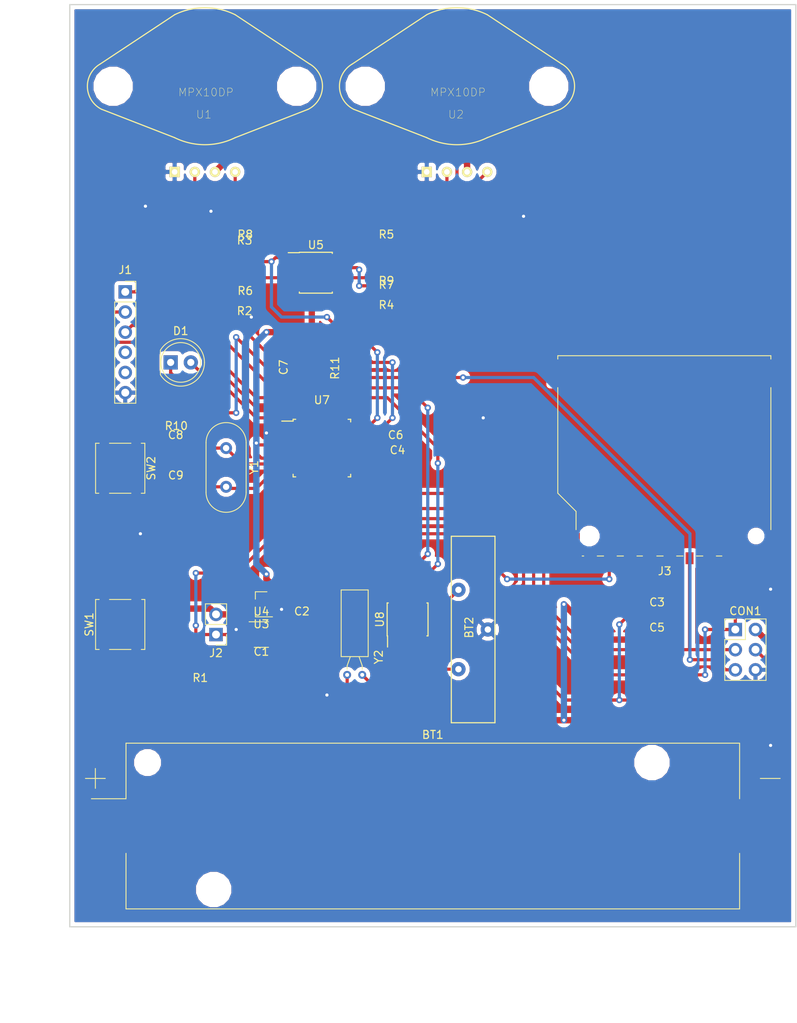
<source format=kicad_pcb>
(kicad_pcb (version 20171130) (host pcbnew 5.0.0-rc2-unknown-fc71fc6~65~ubuntu18.04.1)
  (layers (0 F.Cu signal) (31 B.Cu signal) (34 B.Paste user) (35 F.Paste user) (36 B.SilkS user) (37 F.SilkS user) (38 B.Mask user) (39 F.Mask user) (44 Edge.Cuts user))
  (net 0 "")
  (net 1 +BATT)
  (net 2 GND)
  (net 3 "Net-(BT2-Pad1)")
  (net 4 +3V3)
  (net 5 "Net-(C6-Pad1)")
  (net 6 /DTR)
  (net 7 /RST)
  (net 8 /MOSI)
  (net 9 /SCK)
  (net 10 /MISO)
  (net 11 "Net-(D1-Pad2)")
  (net 12 "Net-(D1-Pad1)")
  (net 13 "Net-(J1-Pad2)")
  (net 14 "Net-(J1-Pad3)")
  (net 15 "Net-(J1-Pad4)")
  (net 16 "Net-(J1-Pad5)")
  (net 17 /PWRON)
  (net 18 "Net-(R2-Pad2)")
  (net 19 "Net-(R2-Pad1)")
  (net 20 "Net-(R3-Pad1)")
  (net 21 "Net-(R3-Pad2)")
  (net 22 "Net-(R4-Pad2)")
  (net 23 "Net-(R4-Pad1)")
  (net 24 "Net-(R5-Pad1)")
  (net 25 "Net-(R5-Pad2)")
  (net 26 /PRESSURE0)
  (net 27 /PRESSURE1)
  (net 28 "Net-(U4-Pad4)")
  (net 29 /SD_CS)
  (net 30 "Net-(U8-Pad7)")
  (net 31 /SCL)
  (net 32 /SDA)
  (net 33 "Net-(U8-Pad2)")
  (net 34 "Net-(U8-Pad1)")
  (net 35 "Net-(U7-Pad1)")
  (net 36 "Net-(U7-Pad9)")
  (net 37 "Net-(U7-Pad10)")
  (net 38 "Net-(U7-Pad11)")
  (net 39 "Net-(U7-Pad13)")
  (net 40 "Net-(U7-Pad19)")
  (net 41 "Net-(U7-Pad22)")
  (net 42 "Net-(U7-Pad25)")
  (net 43 "Net-(U7-Pad26)")
  (net 44 "Net-(U7-Pad32)")
  (net 45 "Net-(C8-Pad2)")
  (net 46 "Net-(C9-Pad2)")
  (net 47 "Net-(J3-Pad8)")
  (net 48 "Net-(J3-Pad9)")
  (net 49 "Net-(J3-Pad10)")
  (net 50 "Net-(J3-Pad11)")
  (module Batteries_KLS:KLS5-CR2032-04 (layer F.Cu) (at 121.285 137.16 90)
    (fp_text reference BT2 (at 0.25 -0.5 270) (layer F.SilkS))
    (fp_text value CR2032)
    (pad 1 thru_hole circle (at -5 -1.85 90) (size 1.8 1.8) (drill 0.8) (layers *.Cu *.Mask) (net 3 "Net-(BT2-Pad1)"))
    (pad 2 thru_hole circle (at 0 1.85 90) (size 1.8 1.8) (drill 0.8) (layers *.Cu *.Mask) (net 2 GND))
    (pad 1 thru_hole circle (at 5 -1.85 90) (size 1.8 1.8) (drill 0.8) (layers *.Cu *.Mask) (net 3 "Net-(BT2-Pad1)"))
  )
  (module Crystal:Crystal_C38-LF_D3.0mm_L8.0mm_Horizontal (layer F.Cu) (at 107.315 142.875 180)
    (fp_text reference Y2 (at -2.07 2.25 270) (layer F.SilkS))
    (fp_text value "32768 Hz")
    (pad 2 thru_hole circle (at 1.9 0 180) (size 1 1) (drill 0.5) (layers *.Cu *.Mask) (net 33 "Net-(U8-Pad2)"))
    (pad 1 thru_hole circle (at 0 0 180) (size 1 1) (drill 0.5) (layers *.Cu *.Mask) (net 34 "Net-(U8-Pad1)"))
  )
  (module MPX10DP:MPX10DP_Horizontal (layer F.Cu) (at 87.503 79.502)
    (fp_text reference U1 (at -0.127 -7.239) (layer F.SilkS) (effects (font (size 1.002 1.002) (thickness 0.05))))
    (fp_text value MPX10DP (at 0.127 -10.033) (layer F.SilkS) (effects (font (size 1.0016 1.0016) (thickness 0.05))))
    (pad "" np_thru_hole circle (at -11.557 -10.795) (size 3.937 3.937) (drill 3.937) (layers *.Cu *.Mask))
    (pad "" np_thru_hole circle (at 11.557 -10.795) (size 3.937 3.937) (drill 3.937) (layers *.Cu *.Mask))
    (pad 4 thru_hole circle (at 3.81 0) (size 1.3 1.3) (drill 0.71) (layers *.Cu *.Mask F.SilkS) (net 21 "Net-(R3-Pad2)"))
    (pad 3 thru_hole circle (at 1.27 0) (size 1.3 1.3) (drill 0.71) (layers *.Cu *.Mask F.SilkS) (net 4 +3V3))
    (pad 2 thru_hole circle (at -1.27 0) (size 1.3 1.3) (drill 0.71) (layers *.Cu *.Mask F.SilkS) (net 18 "Net-(R2-Pad2)"))
    (pad 1 thru_hole rect (at -3.81 0) (size 1.3 1.3) (drill 0.71) (layers *.Cu *.Mask F.SilkS) (net 2 GND))
  )
  (module MPX10DP:MPX10DP_Horizontal (layer F.Cu) (at 119.253 79.502)
    (fp_text reference U2 (at -0.127 -7.239) (layer F.SilkS) (effects (font (size 1.002 1.002) (thickness 0.05))))
    (fp_text value MPX10DP (at 0.127 -10.033) (layer F.SilkS) (effects (font (size 1.0016 1.0016) (thickness 0.05))))
    (pad "" np_thru_hole circle (at -11.557 -10.795) (size 3.937 3.937) (drill 3.937) (layers *.Cu *.Mask))
    (pad "" np_thru_hole circle (at 11.557 -10.795) (size 3.937 3.937) (drill 3.937) (layers *.Cu *.Mask))
    (pad 4 thru_hole circle (at 3.81 0) (size 1.3 1.3) (drill 0.71) (layers *.Cu *.Mask F.SilkS) (net 25 "Net-(R5-Pad2)"))
    (pad 3 thru_hole circle (at 1.27 0) (size 1.3 1.3) (drill 0.71) (layers *.Cu *.Mask F.SilkS) (net 4 +3V3))
    (pad 2 thru_hole circle (at -1.27 0) (size 1.3 1.3) (drill 0.71) (layers *.Cu *.Mask F.SilkS) (net 22 "Net-(R4-Pad2)"))
    (pad 1 thru_hole rect (at -3.81 0) (size 1.3 1.3) (drill 0.71) (layers *.Cu *.Mask F.SilkS) (net 2 GND))
  )
  (module Battery:BatteryHolder_Keystone_1042_1x18650 (layer F.Cu) (at 116.205 161.925)
    (fp_text reference BT1 (at 0 -11.5) (layer F.SilkS))
    (fp_text value 18650)
    (pad "" np_thru_hole circle (at -35.93 -8) (size 2.39 2.39) (drill 2.39) (layers *.Cu *.Mask))
    (pad "" np_thru_hole circle (at -27.6 8) (size 3.45 3.45) (drill 3.45) (layers *.Cu *.Mask))
    (pad "" np_thru_hole circle (at 27.6 -8) (size 3.45 3.45) (drill 3.45) (layers *.Cu *.Mask))
    (pad 2 smd rect (at 39.33 0) (size 7.34 6.35) (layers F.Cu F.Paste F.Mask) (net 2 GND))
    (pad 1 smd rect (at -39.33 0) (size 7.34 6.35) (layers F.Cu F.Paste F.Mask) (net 1 +BATT))
  )
  (module Connector_PinSocket_2.54mm:PinSocket_1x06_P2.54mm_Vertical (layer F.Cu) (at 77.47 94.615)
    (fp_text reference J1 (at 0 -2.77) (layer F.SilkS))
    (fp_text value Conn_01x06_Female)
    (pad 6 thru_hole oval (at 0 12.7) (size 1.7 1.7) (drill 1) (layers *.Cu *.Mask) (net 2 GND))
    (pad 5 thru_hole oval (at 0 10.16) (size 1.7 1.7) (drill 1) (layers *.Cu *.Mask) (net 16 "Net-(J1-Pad5)"))
    (pad 4 thru_hole oval (at 0 7.62) (size 1.7 1.7) (drill 1) (layers *.Cu *.Mask) (net 15 "Net-(J1-Pad4)"))
    (pad 3 thru_hole oval (at 0 5.08) (size 1.7 1.7) (drill 1) (layers *.Cu *.Mask) (net 14 "Net-(J1-Pad3)"))
    (pad 2 thru_hole oval (at 0 2.54) (size 1.7 1.7) (drill 1) (layers *.Cu *.Mask) (net 13 "Net-(J1-Pad2)"))
    (pad 1 thru_hole rect (at 0 0) (size 1.7 1.7) (drill 1) (layers *.Cu *.Mask) (net 6 /DTR))
  )
  (module Package_TO_SOT_SMD:SOT-23 (layer F.Cu) (at 94.615 133.985 180)
    (fp_text reference U3 (at 0 -2.5 180) (layer F.SilkS))
    (fp_text value MCP1700-3302E_SOT23)
    (pad 3 smd rect (at 1 0 180) (size 0.9 0.8) (layers F.Cu F.Paste F.Mask) (net 1 +BATT))
    (pad 2 smd rect (at -1 0.95 180) (size 0.9 0.8) (layers F.Cu F.Paste F.Mask) (net 4 +3V3))
    (pad 1 smd rect (at -1 -0.95 180) (size 0.9 0.8) (layers F.Cu F.Paste F.Mask) (net 2 GND))
  )
  (module Package_TO_SOT_SMD:SOT-23-5 (layer F.Cu) (at 94.615 137.795)
    (fp_text reference U4 (at 0 -2.9) (layer F.SilkS))
    (fp_text value NCP551SN33T1G)
    (pad 5 smd rect (at 1.1 -0.95) (size 1.06 0.65) (layers F.Cu F.Paste F.Mask) (net 4 +3V3))
    (pad 4 smd rect (at 1.1 0.95) (size 1.06 0.65) (layers F.Cu F.Paste F.Mask) (net 28 "Net-(U4-Pad4)"))
    (pad 3 smd rect (at -1.1 0.95) (size 1.06 0.65) (layers F.Cu F.Paste F.Mask) (net 17 /PWRON))
    (pad 2 smd rect (at -1.1 0) (size 1.06 0.65) (layers F.Cu F.Paste F.Mask) (net 2 GND))
    (pad 1 smd rect (at -1.1 -0.95) (size 1.06 0.65) (layers F.Cu F.Paste F.Mask) (net 1 +BATT))
  )
  (module Package_SO:SOIC-8_3.9x4.9mm_P1.27mm (layer F.Cu) (at 101.473 92.202)
    (fp_text reference U5 (at 0 -3.5) (layer F.SilkS))
    (fp_text value LM358)
    (pad 8 smd rect (at 2.7 -1.905) (size 1.55 0.6) (layers F.Cu F.Paste F.Mask) (net 4 +3V3))
    (pad 7 smd rect (at 2.7 -0.635) (size 1.55 0.6) (layers F.Cu F.Paste F.Mask) (net 27 /PRESSURE1))
    (pad 6 smd rect (at 2.7 0.635) (size 1.55 0.6) (layers F.Cu F.Paste F.Mask) (net 24 "Net-(R5-Pad1)"))
    (pad 5 smd rect (at 2.7 1.905) (size 1.55 0.6) (layers F.Cu F.Paste F.Mask) (net 23 "Net-(R4-Pad1)"))
    (pad 4 smd rect (at -2.7 1.905) (size 1.55 0.6) (layers F.Cu F.Paste F.Mask) (net 2 GND))
    (pad 3 smd rect (at -2.7 0.635) (size 1.55 0.6) (layers F.Cu F.Paste F.Mask) (net 19 "Net-(R2-Pad1)"))
    (pad 2 smd rect (at -2.7 -0.635) (size 1.55 0.6) (layers F.Cu F.Paste F.Mask) (net 20 "Net-(R3-Pad1)"))
    (pad 1 smd rect (at -2.7 -1.905) (size 1.55 0.6) (layers F.Cu F.Paste F.Mask) (net 26 /PRESSURE0))
  )
  (module Package_QFP:TQFP-32_7x7mm_P0.8mm (layer F.Cu) (at 102.235 114.3)
    (fp_text reference U7 (at 0 -6.05) (layer F.SilkS))
    (fp_text value ATMEGA328-AU)
    (pad 32 smd rect (at -2.8 -4.25 90) (size 1.6 0.55) (layers F.Cu F.Paste F.Mask) (net 44 "Net-(U7-Pad32)"))
    (pad 31 smd rect (at -2 -4.25 90) (size 1.6 0.55) (layers F.Cu F.Paste F.Mask) (net 13 "Net-(J1-Pad2)"))
    (pad 30 smd rect (at -1.2 -4.25 90) (size 1.6 0.55) (layers F.Cu F.Paste F.Mask) (net 14 "Net-(J1-Pad3)"))
    (pad 29 smd rect (at -0.4 -4.25 90) (size 1.6 0.55) (layers F.Cu F.Paste F.Mask) (net 7 /RST))
    (pad 28 smd rect (at 0.4 -4.25 90) (size 1.6 0.55) (layers F.Cu F.Paste F.Mask) (net 31 /SCL))
    (pad 27 smd rect (at 1.2 -4.25 90) (size 1.6 0.55) (layers F.Cu F.Paste F.Mask) (net 32 /SDA))
    (pad 26 smd rect (at 2 -4.25 90) (size 1.6 0.55) (layers F.Cu F.Paste F.Mask) (net 43 "Net-(U7-Pad26)"))
    (pad 25 smd rect (at 2.8 -4.25 90) (size 1.6 0.55) (layers F.Cu F.Paste F.Mask) (net 42 "Net-(U7-Pad25)"))
    (pad 24 smd rect (at 4.25 -2.8) (size 1.6 0.55) (layers F.Cu F.Paste F.Mask) (net 27 /PRESSURE1))
    (pad 23 smd rect (at 4.25 -2) (size 1.6 0.55) (layers F.Cu F.Paste F.Mask) (net 26 /PRESSURE0))
    (pad 22 smd rect (at 4.25 -1.2) (size 1.6 0.55) (layers F.Cu F.Paste F.Mask) (net 41 "Net-(U7-Pad22)"))
    (pad 21 smd rect (at 4.25 -0.4) (size 1.6 0.55) (layers F.Cu F.Paste F.Mask) (net 2 GND))
    (pad 20 smd rect (at 4.25 0.4) (size 1.6 0.55) (layers F.Cu F.Paste F.Mask) (net 5 "Net-(C6-Pad1)"))
    (pad 19 smd rect (at 4.25 1.2) (size 1.6 0.55) (layers F.Cu F.Paste F.Mask) (net 40 "Net-(U7-Pad19)"))
    (pad 18 smd rect (at 4.25 2) (size 1.6 0.55) (layers F.Cu F.Paste F.Mask) (net 4 +3V3))
    (pad 17 smd rect (at 4.25 2.8) (size 1.6 0.55) (layers F.Cu F.Paste F.Mask) (net 9 /SCK))
    (pad 16 smd rect (at 2.8 4.25 90) (size 1.6 0.55) (layers F.Cu F.Paste F.Mask) (net 10 /MISO))
    (pad 15 smd rect (at 2 4.25 90) (size 1.6 0.55) (layers F.Cu F.Paste F.Mask) (net 8 /MOSI))
    (pad 14 smd rect (at 1.2 4.25 90) (size 1.6 0.55) (layers F.Cu F.Paste F.Mask) (net 29 /SD_CS))
    (pad 13 smd rect (at 0.4 4.25 90) (size 1.6 0.55) (layers F.Cu F.Paste F.Mask) (net 39 "Net-(U7-Pad13)"))
    (pad 12 smd rect (at -0.4 4.25 90) (size 1.6 0.55) (layers F.Cu F.Paste F.Mask) (net 17 /PWRON))
    (pad 11 smd rect (at -1.2 4.25 90) (size 1.6 0.55) (layers F.Cu F.Paste F.Mask) (net 38 "Net-(U7-Pad11)"))
    (pad 10 smd rect (at -2 4.25 90) (size 1.6 0.55) (layers F.Cu F.Paste F.Mask) (net 37 "Net-(U7-Pad10)"))
    (pad 9 smd rect (at -2.8 4.25 90) (size 1.6 0.55) (layers F.Cu F.Paste F.Mask) (net 36 "Net-(U7-Pad9)"))
    (pad 8 smd rect (at -4.25 2.8) (size 1.6 0.55) (layers F.Cu F.Paste F.Mask) (net 46 "Net-(C9-Pad2)"))
    (pad 7 smd rect (at -4.25 2) (size 1.6 0.55) (layers F.Cu F.Paste F.Mask) (net 45 "Net-(C8-Pad2)"))
    (pad 6 smd rect (at -4.25 1.2) (size 1.6 0.55) (layers F.Cu F.Paste F.Mask) (net 4 +3V3))
    (pad 5 smd rect (at -4.25 0.4) (size 1.6 0.55) (layers F.Cu F.Paste F.Mask) (net 2 GND))
    (pad 4 smd rect (at -4.25 -0.4) (size 1.6 0.55) (layers F.Cu F.Paste F.Mask) (net 4 +3V3))
    (pad 3 smd rect (at -4.25 -1.2) (size 1.6 0.55) (layers F.Cu F.Paste F.Mask) (net 2 GND))
    (pad 2 smd rect (at -4.25 -2) (size 1.6 0.55) (layers F.Cu F.Paste F.Mask) (net 11 "Net-(D1-Pad2)"))
    (pad 1 smd rect (at -4.25 -2.8) (size 1.6 0.55) (layers F.Cu F.Paste F.Mask) (net 35 "Net-(U7-Pad1)"))
  )
  (module Crystal:Crystal_HC49-U_Vertical (layer F.Cu) (at 90.17 114.3 270)
    (fp_text reference Y1 (at 2.44 -3.525 270) (layer F.SilkS))
    (fp_text value "12 MHz")
    (pad 2 thru_hole circle (at 4.88 0 270) (size 1.5 1.5) (drill 0.8) (layers *.Cu *.Mask) (net 46 "Net-(C9-Pad2)"))
    (pad 1 thru_hole circle (at 0 0 270) (size 1.5 1.5) (drill 0.8) (layers *.Cu *.Mask) (net 45 "Net-(C8-Pad2)"))
  )
  (module Connector_PinHeader_2.54mm:PinHeader_1x02_P2.54mm_Vertical (layer F.Cu) (at 88.9 137.795 180)
    (fp_text reference J2 (at 0 -2.33 180) (layer F.SilkS))
    (fp_text value Conn_01x02)
    (pad 2 thru_hole oval (at 0 2.54 180) (size 1.7 1.7) (drill 1) (layers *.Cu *.Mask) (net 1 +BATT))
    (pad 1 thru_hole rect (at 0 0 180) (size 1.7 1.7) (drill 1) (layers *.Cu *.Mask) (net 17 /PWRON))
  )
  (module Capacitor_SMD:C_0805_2012Metric_Pad1.29x1.40mm_HandSolder (layer F.Cu) (at 94.615 141.605)
    (fp_text reference C1 (at 0 -1.65) (layer F.SilkS))
    (fp_text value 1uF)
    (pad 2 smd rect (at 0.9675 0) (size 1.295 1.4) (layers F.Cu F.Paste F.Mask) (net 2 GND))
    (pad 1 smd rect (at -0.9675 0) (size 1.295 1.4) (layers F.Cu F.Paste F.Mask) (net 1 +BATT))
  )
  (module Capacitor_SMD:C_0805_2012Metric_Pad1.29x1.40mm_HandSolder (layer F.Cu) (at 99.715 136.525)
    (fp_text reference C2 (at 0 -1.65) (layer F.SilkS))
    (fp_text value 1uF)
    (pad 2 smd rect (at 0.9675 0) (size 1.295 1.4) (layers F.Cu F.Paste F.Mask) (net 2 GND))
    (pad 1 smd rect (at -0.9675 0) (size 1.295 1.4) (layers F.Cu F.Paste F.Mask) (net 4 +3V3))
  )
  (module Capacitor_SMD:C_0805_2012Metric_Pad1.29x1.40mm_HandSolder (layer F.Cu) (at 144.4475 132.08 180)
    (fp_text reference C3 (at 0 -1.65 180) (layer F.SilkS))
    (fp_text value 1uF)
    (pad 2 smd rect (at 0.9675 0 180) (size 1.295 1.4) (layers F.Cu F.Paste F.Mask) (net 2 GND))
    (pad 1 smd rect (at -0.9675 0 180) (size 1.295 1.4) (layers F.Cu F.Paste F.Mask) (net 4 +3V3))
  )
  (module Capacitor_SMD:C_0805_2012Metric_Pad1.29x1.40mm_HandSolder (layer F.Cu) (at 111.76 116.205)
    (fp_text reference C4 (at 0 -1.65) (layer F.SilkS))
    (fp_text value 0,1uF)
    (pad 2 smd rect (at 0.9675 0) (size 1.295 1.4) (layers F.Cu F.Paste F.Mask) (net 2 GND))
    (pad 1 smd rect (at -0.9675 0) (size 1.295 1.4) (layers F.Cu F.Paste F.Mask) (net 4 +3V3))
  )
  (module Capacitor_SMD:C_0805_2012Metric_Pad1.29x1.40mm_HandSolder (layer F.Cu) (at 144.4475 135.255 180)
    (fp_text reference C5 (at 0 -1.65 180) (layer F.SilkS))
    (fp_text value 0,1uF)
    (pad 2 smd rect (at 0.9675 0 180) (size 1.295 1.4) (layers F.Cu F.Paste F.Mask) (net 2 GND))
    (pad 1 smd rect (at -0.9675 0 180) (size 1.295 1.4) (layers F.Cu F.Paste F.Mask) (net 4 +3V3))
  )
  (module Capacitor_SMD:C_0805_2012Metric_Pad1.29x1.40mm_HandSolder (layer F.Cu) (at 111.526 114.3)
    (fp_text reference C6 (at 0 -1.65) (layer F.SilkS))
    (fp_text value 0,1uF)
    (pad 2 smd rect (at 0.9675 0) (size 1.295 1.4) (layers F.Cu F.Paste F.Mask) (net 2 GND))
    (pad 1 smd rect (at -0.9675 0) (size 1.295 1.4) (layers F.Cu F.Paste F.Mask) (net 5 "Net-(C6-Pad1)"))
  )
  (module Capacitor_SMD:C_0805_2012Metric_Pad1.29x1.40mm_HandSolder (layer F.Cu) (at 99.06 104.12 90)
    (fp_text reference C7 (at 0 -1.65 90) (layer F.SilkS))
    (fp_text value 0,1uF)
    (pad 2 smd rect (at 0.9675 0 90) (size 1.295 1.4) (layers F.Cu F.Paste F.Mask) (net 6 /DTR))
    (pad 1 smd rect (at -0.9675 0 90) (size 1.295 1.4) (layers F.Cu F.Paste F.Mask) (net 7 /RST))
  )
  (module Capacitor_SMD:C_0805_2012Metric_Pad1.29x1.40mm_HandSolder (layer F.Cu) (at 83.82 114.3)
    (fp_text reference C8 (at 0 -1.65) (layer F.SilkS))
    (fp_text value 22)
    (pad 2 smd rect (at 0.9675 0) (size 1.295 1.4) (layers F.Cu F.Paste F.Mask) (net 45 "Net-(C8-Pad2)"))
    (pad 1 smd rect (at -0.9675 0) (size 1.295 1.4) (layers F.Cu F.Paste F.Mask) (net 2 GND))
  )
  (module Capacitor_SMD:C_0805_2012Metric_Pad1.29x1.40mm_HandSolder (layer F.Cu) (at 83.84 119.38)
    (fp_text reference C9 (at 0 -1.65) (layer F.SilkS))
    (fp_text value 22)
    (pad 2 smd rect (at 0.9675 0) (size 1.295 1.4) (layers F.Cu F.Paste F.Mask) (net 46 "Net-(C9-Pad2)"))
    (pad 1 smd rect (at -0.9675 0) (size 1.295 1.4) (layers F.Cu F.Paste F.Mask) (net 2 GND))
  )
  (module Resistor_SMD:R_0805_2012Metric_Pad1.29x1.40mm_HandSolder (layer F.Cu) (at 86.915 141.605 180)
    (fp_text reference R1 (at 0 -1.65 180) (layer F.SilkS))
    (fp_text value 100K)
    (pad 2 smd rect (at 0.9675 0 180) (size 1.295 1.4) (layers F.Cu F.Paste F.Mask) (net 17 /PWRON))
    (pad 1 smd rect (at -0.9675 0 180) (size 1.295 1.4) (layers F.Cu F.Paste F.Mask) (net 2 GND))
  )
  (module Resistor_SMD:R_0805_2012Metric_Pad1.29x1.40mm_HandSolder (layer F.Cu) (at 92.503 95.377 180)
    (fp_text reference R2 (at 0 -1.65 180) (layer F.SilkS))
    (fp_text value 2K2)
    (pad 2 smd rect (at 0.9675 0 180) (size 1.295 1.4) (layers F.Cu F.Paste F.Mask) (net 18 "Net-(R2-Pad2)"))
    (pad 1 smd rect (at -0.9675 0 180) (size 1.295 1.4) (layers F.Cu F.Paste F.Mask) (net 19 "Net-(R2-Pad1)"))
  )
  (module Resistor_SMD:R_0805_2012Metric_Pad1.29x1.40mm_HandSolder (layer F.Cu) (at 92.503 86.487 180)
    (fp_text reference R3 (at 0 -1.65 180) (layer F.SilkS))
    (fp_text value 2K2)
    (pad 2 smd rect (at 0.9675 0 180) (size 1.295 1.4) (layers F.Cu F.Paste F.Mask) (net 21 "Net-(R3-Pad2)"))
    (pad 1 smd rect (at -0.9675 0 180) (size 1.295 1.4) (layers F.Cu F.Paste F.Mask) (net 20 "Net-(R3-Pad1)"))
  )
  (module Resistor_SMD:R_0805_2012Metric_Pad1.29x1.40mm_HandSolder (layer F.Cu) (at 110.363 97.917)
    (fp_text reference R4 (at 0 -1.65) (layer F.SilkS))
    (fp_text value 2K2)
    (pad 2 smd rect (at 0.9675 0) (size 1.295 1.4) (layers F.Cu F.Paste F.Mask) (net 22 "Net-(R4-Pad2)"))
    (pad 1 smd rect (at -0.9675 0) (size 1.295 1.4) (layers F.Cu F.Paste F.Mask) (net 23 "Net-(R4-Pad1)"))
  )
  (module Resistor_SMD:R_0805_2012Metric_Pad1.29x1.40mm_HandSolder (layer F.Cu) (at 110.363 89.027)
    (fp_text reference R5 (at 0 -1.65) (layer F.SilkS))
    (fp_text value 2K2)
    (pad 2 smd rect (at 0.9675 0) (size 1.295 1.4) (layers F.Cu F.Paste F.Mask) (net 25 "Net-(R5-Pad2)"))
    (pad 1 smd rect (at -0.9675 0) (size 1.295 1.4) (layers F.Cu F.Paste F.Mask) (net 24 "Net-(R5-Pad1)"))
  )
  (module Resistor_SMD:R_0805_2012Metric_Pad1.29x1.40mm_HandSolder (layer F.Cu) (at 92.583 92.837 180)
    (fp_text reference R6 (at 0 -1.65 180) (layer F.SilkS))
    (fp_text value 100K)
    (pad 2 smd rect (at 0.9675 0 180) (size 1.295 1.4) (layers F.Cu F.Paste F.Mask) (net 2 GND))
    (pad 1 smd rect (at -0.9675 0 180) (size 1.295 1.4) (layers F.Cu F.Paste F.Mask) (net 19 "Net-(R2-Pad1)"))
  )
  (module Resistor_SMD:R_0805_2012Metric_Pad1.29x1.40mm_HandSolder (layer F.Cu) (at 110.363 95.377)
    (fp_text reference R7 (at 0 -1.65) (layer F.SilkS))
    (fp_text value 100K)
    (pad 2 smd rect (at 0.9675 0) (size 1.295 1.4) (layers F.Cu F.Paste F.Mask) (net 2 GND))
    (pad 1 smd rect (at -0.9675 0) (size 1.295 1.4) (layers F.Cu F.Paste F.Mask) (net 23 "Net-(R4-Pad1)"))
  )
  (module Resistor_SMD:R_0805_2012Metric_Pad1.29x1.40mm_HandSolder (layer F.Cu) (at 92.583 89.027)
    (fp_text reference R8 (at 0 -1.65) (layer F.SilkS))
    (fp_text value 100K)
    (pad 2 smd rect (at 0.9675 0) (size 1.295 1.4) (layers F.Cu F.Paste F.Mask) (net 20 "Net-(R3-Pad1)"))
    (pad 1 smd rect (at -0.9675 0) (size 1.295 1.4) (layers F.Cu F.Paste F.Mask) (net 26 /PRESSURE0))
  )
  (module Resistor_SMD:R_0805_2012Metric_Pad1.29x1.40mm_HandSolder (layer F.Cu) (at 110.363 91.567 180)
    (fp_text reference R9 (at 0 -1.65 180) (layer F.SilkS))
    (fp_text value 100K)
    (pad 2 smd rect (at 0.9675 0 180) (size 1.295 1.4) (layers F.Cu F.Paste F.Mask) (net 24 "Net-(R5-Pad1)"))
    (pad 1 smd rect (at -0.9675 0 180) (size 1.295 1.4) (layers F.Cu F.Paste F.Mask) (net 27 /PRESSURE1))
  )
  (module Resistor_SMD:R_0805_2012Metric_Pad1.29x1.40mm_HandSolder (layer F.Cu) (at 83.9 109.855 180)
    (fp_text reference R10 (at 0 -1.65 180) (layer F.SilkS))
    (fp_text value R)
    (pad 2 smd rect (at 0.9675 0 180) (size 1.295 1.4) (layers F.Cu F.Paste F.Mask) (net 2 GND))
    (pad 1 smd rect (at -0.9675 0 180) (size 1.295 1.4) (layers F.Cu F.Paste F.Mask) (net 12 "Net-(D1-Pad1)"))
  )
  (module Resistor_SMD:R_0805_2012Metric_Pad1.29x1.40mm_HandSolder (layer F.Cu) (at 102.235 104.22 270)
    (fp_text reference R11 (at 0 -1.65 270) (layer F.SilkS))
    (fp_text value 10K)
    (pad 2 smd rect (at 0.9675 0 270) (size 1.295 1.4) (layers F.Cu F.Paste F.Mask) (net 7 /RST))
    (pad 1 smd rect (at -0.9675 0 270) (size 1.295 1.4) (layers F.Cu F.Paste F.Mask) (net 4 +3V3))
  )
  (module Pin_Headers:Pin_Header_Straight_2x03_Pitch2.54mm (layer F.Cu) (at 154.305 137.16)
    (fp_text reference CON1 (at 1.27 -2.33) (layer F.SilkS))
    (fp_text value AVR-ISP-6)
    (pad 1 thru_hole rect (at 0 0) (size 1.7 1.7) (drill 1) (layers *.Cu *.Mask) (net 10 /MISO))
    (pad 2 thru_hole oval (at 2.54 0) (size 1.7 1.7) (drill 1) (layers *.Cu *.Mask) (net 4 +3V3))
    (pad 3 thru_hole oval (at 0 2.54) (size 1.7 1.7) (drill 1) (layers *.Cu *.Mask) (net 9 /SCK))
    (pad 4 thru_hole oval (at 2.54 2.54) (size 1.7 1.7) (drill 1) (layers *.Cu *.Mask) (net 8 /MOSI))
    (pad 5 thru_hole oval (at 0 5.08) (size 1.7 1.7) (drill 1) (layers *.Cu *.Mask) (net 7 /RST))
    (pad 6 thru_hole oval (at 2.54 5.08) (size 1.7 1.7) (drill 1) (layers *.Cu *.Mask) (net 2 GND))
  )
  (module LED_THT:LED_D5.0mm (layer F.Cu) (at 83.185 103.505)
    (fp_text reference D1 (at 1.27 -3.96) (layer F.SilkS))
    (fp_text value LED)
    (pad 1 thru_hole rect (at 0 0) (size 1.8 1.8) (drill 0.9) (layers *.Cu *.Mask) (net 12 "Net-(D1-Pad1)"))
    (pad 2 thru_hole circle (at 2.54 0) (size 1.8 1.8) (drill 0.9) (layers *.Cu *.Mask) (net 11 "Net-(D1-Pad2)"))
  )
  (module Button_Switch_SMD:SW_SPST_EVPBF (layer F.Cu) (at 76.835 136.525 90)
    (fp_text reference SW1 (at 0 -3.9 90) (layer F.SilkS))
    (fp_text value SW_Push)
    (pad 2 smd rect (at 2.88 2 90) (size 2.75 1) (layers F.Cu F.Paste F.Mask) (net 17 /PWRON))
    (pad 2 smd rect (at -2.88 2 90) (size 2.75 1) (layers F.Cu F.Paste F.Mask) (net 17 /PWRON))
    (pad 1 smd rect (at -2.88 -2 90) (size 2.75 1) (layers F.Cu F.Paste F.Mask) (net 1 +BATT))
    (pad 1 smd rect (at 2.88 -2 90) (size 2.75 1) (layers F.Cu F.Paste F.Mask) (net 1 +BATT))
  )
  (module Button_Switch_SMD:SW_SPST_EVPBF (layer F.Cu) (at 76.835 116.84 270)
    (fp_text reference SW2 (at 0 -3.9 270) (layer F.SilkS))
    (fp_text value SW_Push)
    (pad 1 smd rect (at 2.88 -2 270) (size 2.75 1) (layers F.Cu F.Paste F.Mask) (net 7 /RST))
    (pad 1 smd rect (at -2.88 -2 270) (size 2.75 1) (layers F.Cu F.Paste F.Mask) (net 7 /RST))
    (pad 2 smd rect (at -2.88 2 270) (size 2.75 1) (layers F.Cu F.Paste F.Mask) (net 2 GND))
    (pad 2 smd rect (at 2.88 2 270) (size 2.75 1) (layers F.Cu F.Paste F.Mask) (net 2 GND))
  )
  (module Package_SO:SOIC-8_3.9x4.9mm_P1.27mm (layer F.Cu) (at 113.03 135.89 90)
    (fp_text reference U8 (at 0 -3.5 90) (layer F.SilkS))
    (fp_text value DS1338Z-33)
    (pad 1 smd rect (at -2.7 -1.905 90) (size 1.55 0.6) (layers F.Cu F.Paste F.Mask) (net 34 "Net-(U8-Pad1)"))
    (pad 2 smd rect (at -2.7 -0.635 90) (size 1.55 0.6) (layers F.Cu F.Paste F.Mask) (net 33 "Net-(U8-Pad2)"))
    (pad 3 smd rect (at -2.7 0.635 90) (size 1.55 0.6) (layers F.Cu F.Paste F.Mask) (net 3 "Net-(BT2-Pad1)"))
    (pad 4 smd rect (at -2.7 1.905 90) (size 1.55 0.6) (layers F.Cu F.Paste F.Mask) (net 2 GND))
    (pad 5 smd rect (at 2.7 1.905 90) (size 1.55 0.6) (layers F.Cu F.Paste F.Mask) (net 32 /SDA))
    (pad 6 smd rect (at 2.7 0.635 90) (size 1.55 0.6) (layers F.Cu F.Paste F.Mask) (net 31 /SCL))
    (pad 7 smd rect (at 2.7 -0.635 90) (size 1.55 0.6) (layers F.Cu F.Paste F.Mask) (net 30 "Net-(U8-Pad7)"))
    (pad 8 smd rect (at 2.7 -1.905 90) (size 1.55 0.6) (layers F.Cu F.Paste F.Mask) (net 4 +3V3))
  )
  (module Connector_Card:SD_TE_2041021 (layer F.Cu) (at 145.415 116.205 180)
    (fp_text reference J3 (at 0 -13.6 180) (layer F.SilkS))
    (fp_text value SD_Card)
    (pad 1 smd rect (at 6.875 -11.975 180) (size 1 1.5) (layers F.Cu F.Paste F.Mask) (net 29 /SD_CS))
    (pad 2 smd rect (at 4.375 -11.975 180) (size 1 1.5) (layers F.Cu F.Paste F.Mask) (net 8 /MOSI))
    (pad 3 smd rect (at 1.875 -11.975 180) (size 1 1.5) (layers F.Cu F.Paste F.Mask) (net 2 GND))
    (pad 4 smd rect (at -0.625 -11.975 180) (size 1 1.5) (layers F.Cu F.Paste F.Mask) (net 4 +3V3))
    (pad 5 smd rect (at -3.125 -11.975 180) (size 1 1.5) (layers F.Cu F.Paste F.Mask) (net 9 /SCK))
    (pad 6 smd rect (at -5.625 -11.975 180) (size 1 1.5) (layers F.Cu F.Paste F.Mask) (net 2 GND))
    (pad 7 smd rect (at -8.055 -11.975 180) (size 1 1.5) (layers F.Cu F.Paste F.Mask) (net 10 /MISO))
    (pad 8 smd rect (at -9.755 -11.975 180) (size 1 1.5) (layers F.Cu F.Paste F.Mask) (net 47 "Net-(J3-Pad8)"))
    (pad 9 smd rect (at 9.375 -11.975 180) (size 1 1.5) (layers F.Cu F.Paste F.Mask) (net 48 "Net-(J3-Pad9)"))
    (pad 10 smd rect (at -11.055 -11.975 180) (size 0.7 1.5) (layers F.Cu F.Paste F.Mask) (net 49 "Net-(J3-Pad10)"))
    (pad 11 smd rect (at -12.255 -11.975 180) (size 0.7 1.5) (layers F.Cu F.Paste F.Mask) (net 50 "Net-(J3-Pad11)"))
    (pad "" np_thru_hole circle (at 9.5 -9.175 180) (size 1.6 1.6) (drill 1.6) (layers *.Cu *.Mask))
    (pad "" np_thru_hole circle (at -11.5 -9.175 180) (size 1.1 1.1) (drill 1.1) (layers *.Cu *.Mask))
    (pad 12 smd rect (at 11.45 -10.175 180) (size 1.5 2.8) (layers F.Cu F.Paste F.Mask) (net 2 GND))
    (pad 12 smd rect (at 13.65 11.325 180) (size 1.5 2.8) (layers F.Cu F.Paste F.Mask) (net 2 GND))
    (pad 12 smd rect (at -13.65 11.325 180) (size 1.5 2.8) (layers F.Cu F.Paste F.Mask) (net 2 GND))
    (pad 12 smd rect (at -13.65 -10.175 180) (size 1.5 2.8) (layers F.Cu F.Paste F.Mask) (net 2 GND))
  )
  (gr_line (start 70.485 58.42) (end 70.485 174.625) (layer Edge.Cuts) (width 0.15))
  (gr_line (start 161.925 58.42) (end 70.485 58.42) (layer Edge.Cuts) (width 0.15))
  (gr_line (start 161.925 174.625) (end 161.925 58.42) (layer Edge.Cuts) (width 0.15))
  (gr_line (start 70.485 174.625) (end 161.925 174.625) (layer Edge.Cuts) (width 0.15))
  (via (at 95.25 112.395) (size 0.8) (drill 0.4) (layers F.Cu B.Cu) (net 2))
  (segment (start 93.365 143.03) (end 93.365 141.605) (width 0.8) (layer F.Cu) (net 1))
  (segment (start 81.345 161.925) (end 93.365 149.905) (width 0.8) (layer F.Cu) (net 1))
  (segment (start 76.875 161.925) (end 81.345 161.925) (width 0.8) (layer F.Cu) (net 1))
  (segment (start 93.515 134.085) (end 93.615 133.985) (width 0.8) (layer F.Cu) (net 1))
  (segment (start 93.515 136.845) (end 93.515 135.255) (width 0.8) (layer F.Cu) (net 1))
  (segment (start 93.515 135.255) (end 93.515 134.085) (width 0.8) (layer F.Cu) (net 1))
  (segment (start 83.084998 145.415) (end 93.365 145.415) (width 0.8) (layer F.Cu) (net 1))
  (segment (start 93.365 149.905) (end 93.365 145.415) (width 0.8) (layer F.Cu) (net 1))
  (segment (start 93.365 145.415) (end 93.365 143.03) (width 0.8) (layer F.Cu) (net 1))
  (segment (start 88.9 135.255) (end 93.515 135.255) (width 0.8) (layer F.Cu) (net 1))
  (segment (start 74.835 141.58) (end 78.67 145.415) (width 0.8) (layer F.Cu) (net 1))
  (segment (start 78.67 145.415) (end 83.084998 145.415) (width 0.8) (layer F.Cu) (net 1))
  (segment (start 74.835 139.405) (end 74.835 141.58) (width 0.8) (layer F.Cu) (net 1))
  (segment (start 74.835 139.405) (end 74.835 133.645) (width 0.8) (layer F.Cu) (net 1))
  (segment (start 88.17 134.525) (end 88.9 135.255) (width 0.8) (layer F.Cu) (net 1))
  (segment (start 81.28 130.81) (end 84.995 134.525) (width 0.8) (layer F.Cu) (net 1))
  (segment (start 84.995 134.525) (end 88.17 134.525) (width 0.8) (layer F.Cu) (net 1))
  (segment (start 76.795 130.81) (end 81.28 130.81) (width 0.8) (layer F.Cu) (net 1))
  (segment (start 74.835 133.645) (end 74.835 132.77) (width 0.8) (layer F.Cu) (net 1))
  (segment (start 74.835 132.77) (end 76.795 130.81) (width 0.8) (layer F.Cu) (net 1))
  (via (at 122.555 110.49) (size 0.8) (drill 0.4) (layers F.Cu B.Cu) (net 2))
  (via (at 80.01 83.82) (size 0.8) (drill 0.4) (layers F.Cu B.Cu) (net 2))
  (via (at 127.635 85.09) (size 0.8) (drill 0.4) (layers F.Cu B.Cu) (net 2))
  (via (at 79.375 125.095) (size 0.8) (drill 0.4) (layers F.Cu B.Cu) (net 2))
  (via (at 102.87 145.415) (size 0.8) (drill 0.4) (layers F.Cu B.Cu) (net 2))
  (via (at 158.75 151.765) (size 0.8) (drill 0.4) (layers F.Cu B.Cu) (net 2))
  (via (at 158.75 132.08) (size 0.8) (drill 0.4) (layers F.Cu B.Cu) (net 2))
  (via (at 91.44 137.16) (size 0.8) (drill 0.4) (layers F.Cu B.Cu) (net 2))
  (via (at 97.155 134.62) (size 0.8) (drill 0.4) (layers F.Cu B.Cu) (net 2))
  (segment (start 92.075 137.795) (end 91.44 137.16) (width 0.4) (layer F.Cu) (net 2))
  (segment (start 93.515 137.795) (end 92.075 137.795) (width 0.4) (layer F.Cu) (net 2))
  (via (at 88.265 84.455) (size 0.8) (drill 0.4) (layers F.Cu B.Cu) (net 2))
  (via (at 93.345 97.79) (size 0.8) (drill 0.4) (layers F.Cu B.Cu) (net 2))
  (segment (start 95.955 113.1) (end 95.25 112.395) (width 0.4) (layer F.Cu) (net 2))
  (segment (start 97.985 113.1) (end 95.955 113.1) (width 0.4) (layer F.Cu) (net 2))
  (segment (start 99.185 113.1) (end 99.695 113.61) (width 0.4) (layer F.Cu) (net 2))
  (segment (start 97.985 113.1) (end 99.185 113.1) (width 0.4) (layer F.Cu) (net 2))
  (segment (start 99.185 114.7) (end 97.985 114.7) (width 0.4) (layer F.Cu) (net 2))
  (segment (start 99.695 114.19) (end 99.185 114.7) (width 0.4) (layer F.Cu) (net 2))
  (segment (start 106.485 113.9) (end 99.93 113.9) (width 0.4) (layer F.Cu) (net 2))
  (segment (start 99.93 113.9) (end 99.695 113.665) (width 0.4) (layer F.Cu) (net 2))
  (segment (start 99.695 113.61) (end 99.695 113.665) (width 0.4) (layer F.Cu) (net 2))
  (segment (start 99.695 113.665) (end 99.695 114.19) (width 0.4) (layer F.Cu) (net 2))
  (segment (start 113.665 138.59) (end 113.665 137.795) (width 0.4) (layer F.Cu) (net 3))
  (segment (start 116.06 142.16) (end 119.435 142.16) (width 0.4) (layer F.Cu) (net 3))
  (segment (start 113.665 138.59) (end 113.665 139.765) (width 0.4) (layer F.Cu) (net 3))
  (segment (start 113.665 139.765) (end 116.06 142.16) (width 0.4) (layer F.Cu) (net 3))
  (segment (start 113.665 137.415) (end 114.555 136.525) (width 0.4) (layer F.Cu) (net 3))
  (segment (start 113.665 138.59) (end 113.665 137.415) (width 0.4) (layer F.Cu) (net 3))
  (segment (start 115.07 136.525) (end 119.435 132.16) (width 0.4) (layer F.Cu) (net 3))
  (segment (start 114.555 136.525) (end 115.07 136.525) (width 0.4) (layer F.Cu) (net 3))
  (segment (start 98.145 136.845) (end 98.465 136.525) (width 0.8) (layer F.Cu) (net 4))
  (segment (start 95.715 136.845) (end 98.145 136.845) (width 0.8) (layer F.Cu) (net 4))
  (segment (start 98.465 134.635) (end 98.465 136.525) (width 0.8) (layer F.Cu) (net 4))
  (segment (start 88.773 79.502) (end 90.678 77.597) (width 0.8) (layer F.Cu) (net 4))
  (segment (start 90.678 77.597) (end 98.933 77.597) (width 0.8) (layer F.Cu) (net 4))
  (segment (start 98.933 77.597) (end 104.173 82.837) (width 0.8) (layer F.Cu) (net 4))
  (segment (start 120.523 79.502) (end 120.523 78.370614) (width 0.8) (layer F.Cu) (net 4))
  (segment (start 120.523 78.370614) (end 118.949376 76.79699) (width 0.8) (layer F.Cu) (net 4))
  (segment (start 110.21301 76.79699) (end 104.173 82.837) (width 0.8) (layer F.Cu) (net 4))
  (segment (start 118.949376 76.79699) (end 110.21301 76.79699) (width 0.8) (layer F.Cu) (net 4))
  (segment (start 109.855 116.205) (end 108.585 116.205) (width 0.4) (layer F.Cu) (net 4))
  (segment (start 108.49 116.3) (end 106.485 116.3) (width 0.4) (layer F.Cu) (net 4))
  (segment (start 108.585 116.205) (end 108.49 116.3) (width 0.4) (layer F.Cu) (net 4))
  (segment (start 104.235 116.3) (end 106.485 116.3) (width 0.4) (layer F.Cu) (net 4))
  (segment (start 103.435 115.5) (end 104.235 116.3) (width 0.4) (layer F.Cu) (net 4))
  (segment (start 97.985 115.5) (end 102.235 115.5) (width 0.4) (layer F.Cu) (net 4))
  (segment (start 102.235 115.5) (end 103.435 115.5) (width 0.4) (layer F.Cu) (net 4))
  (via (at 93.98 113.665) (size 0.8) (drill 0.4) (layers F.Cu B.Cu) (net 4))
  (via (at 95.25 130.175) (size 0.8) (drill 0.4) (layers F.Cu B.Cu) (net 4))
  (segment (start 95.25 130.175) (end 95.25 130.81) (width 0.8) (layer F.Cu) (net 4))
  (segment (start 95.615 131.175) (end 95.615 133.035) (width 0.8) (layer F.Cu) (net 4))
  (segment (start 95.25 130.81) (end 95.615 131.175) (width 0.8) (layer F.Cu) (net 4))
  (segment (start 97.985 113.9) (end 95.885 113.9) (width 0.4) (layer F.Cu) (net 4))
  (segment (start 104.173 82.837) (end 104.173 87.63) (width 0.8) (layer F.Cu) (net 4))
  (segment (start 104.173 87.63) (end 104.173 90.297) (width 0.8) (layer F.Cu) (net 4))
  (segment (start 146.04 131.455) (end 145.415 132.08) (width 0.8) (layer F.Cu) (net 4))
  (segment (start 146.04 128.18) (end 146.04 131.455) (width 0.8) (layer F.Cu) (net 4))
  (segment (start 145.415 132.08) (end 145.415 135.255) (width 0.8) (layer F.Cu) (net 4))
  (segment (start 145.415 136.755) (end 143.74 138.43) (width 0.8) (layer F.Cu) (net 4))
  (segment (start 145.415 135.255) (end 145.415 136.755) (width 0.8) (layer F.Cu) (net 4))
  (via (at 132.715 133.985) (size 0.8) (drill 0.4) (layers F.Cu B.Cu) (net 4))
  (segment (start 143.74 138.43) (end 137.16 138.43) (width 0.8) (layer F.Cu) (net 4))
  (segment (start 137.16 138.43) (end 132.715 133.985) (width 0.8) (layer F.Cu) (net 4))
  (via (at 132.715 148.59) (size 0.8) (drill 0.4) (layers F.Cu B.Cu) (net 4))
  (segment (start 132.715 133.985) (end 132.715 148.59) (width 0.8) (layer B.Cu) (net 4))
  (segment (start 98.7475 148.2775) (end 98.7475 136.525) (width 0.8) (layer F.Cu) (net 4))
  (segment (start 132.715 148.59) (end 99.06 148.59) (width 0.8) (layer F.Cu) (net 4))
  (segment (start 99.06 148.59) (end 98.7475 148.2775) (width 0.8) (layer F.Cu) (net 4))
  (segment (start 156.845 137.16) (end 160.655 140.97) (width 0.8) (layer F.Cu) (net 4))
  (segment (start 160.655 140.97) (end 160.655 145.415) (width 0.8) (layer F.Cu) (net 4))
  (segment (start 157.48 148.59) (end 132.715 148.59) (width 0.8) (layer F.Cu) (net 4))
  (segment (start 160.655 145.415) (end 157.48 148.59) (width 0.8) (layer F.Cu) (net 4))
  (segment (start 109.855 116.205) (end 110.7925 116.205) (width 0.4) (layer F.Cu) (net 4))
  (via (at 95.25 99.695) (size 0.8) (drill 0.4) (layers F.Cu B.Cu) (net 4))
  (segment (start 100.965 91.93) (end 100.965 99.695) (width 0.8) (layer F.Cu) (net 4))
  (segment (start 104.173 90.297) (end 102.598 90.297) (width 0.8) (layer F.Cu) (net 4))
  (segment (start 102.598 90.297) (end 100.965 91.93) (width 0.8) (layer F.Cu) (net 4))
  (segment (start 100.965 99.695) (end 95.25 99.695) (width 0.8) (layer F.Cu) (net 4))
  (segment (start 102.235 103.2525) (end 102.235 100.965) (width 0.8) (layer F.Cu) (net 4))
  (segment (start 102.235 100.965) (end 100.965 99.695) (width 0.8) (layer F.Cu) (net 4))
  (segment (start 98.465 133.39) (end 98.465 134.635) (width 0.8) (layer F.Cu) (net 4))
  (segment (start 95.615 133.035) (end 98.11 133.035) (width 0.8) (layer F.Cu) (net 4))
  (segment (start 98.11 133.035) (end 98.465 133.39) (width 0.8) (layer F.Cu) (net 4))
  (segment (start 93.98 128.905) (end 95.25 130.175) (width 0.8) (layer B.Cu) (net 4))
  (segment (start 93.98 113.665) (end 93.98 128.905) (width 0.8) (layer B.Cu) (net 4))
  (segment (start 93.98 100.965) (end 93.98 113.665) (width 0.8) (layer B.Cu) (net 4))
  (segment (start 95.25 99.695) (end 93.98 100.965) (width 0.8) (layer B.Cu) (net 4))
  (segment (start 94.215 113.9) (end 93.98 113.665) (width 0.4) (layer F.Cu) (net 4))
  (segment (start 95.885 113.9) (end 94.215 113.9) (width 0.4) (layer F.Cu) (net 4))
  (segment (start 93.98 114.935) (end 93.98 113.665) (width 0.4) (layer F.Cu) (net 4))
  (segment (start 94.615 115.57) (end 93.98 114.935) (width 0.4) (layer F.Cu) (net 4))
  (segment (start 97.985 115.5) (end 95.815 115.5) (width 0.4) (layer F.Cu) (net 4))
  (segment (start 95.745 115.57) (end 94.615 115.57) (width 0.4) (layer F.Cu) (net 4))
  (segment (start 95.815 115.5) (end 95.745 115.57) (width 0.4) (layer F.Cu) (net 4))
  (segment (start 100.004 133.096) (end 98.465 134.635) (width 0.8) (layer F.Cu) (net 4))
  (segment (start 102.925 130.175) (end 100.004 133.096) (width 0.8) (layer F.Cu) (net 4))
  (segment (start 110.435 130.175) (end 102.925 130.175) (width 0.8) (layer F.Cu) (net 4))
  (segment (start 111.125 133.19) (end 111.125 130.865) (width 0.8) (layer F.Cu) (net 4))
  (segment (start 111.125 130.865) (end 110.435 130.175) (width 0.8) (layer F.Cu) (net 4))
  (segment (start 108.185 114.7) (end 106.485 114.7) (width 0.4) (layer F.Cu) (net 5))
  (segment (start 110.5585 114.3) (end 108.585 114.3) (width 0.4) (layer F.Cu) (net 5))
  (segment (start 108.585 114.3) (end 108.185 114.7) (width 0.4) (layer F.Cu) (net 5))
  (segment (start 87.503 94.488) (end 95.885 102.87) (width 0.4) (layer F.Cu) (net 6))
  (segment (start 78.847 94.488) (end 87.503 94.488) (width 0.4) (layer F.Cu) (net 6))
  (segment (start 77.47 94.615) (end 78.72 94.615) (width 0.4) (layer F.Cu) (net 6))
  (segment (start 95.885 102.87) (end 99.06 102.87) (width 0.4) (layer F.Cu) (net 6))
  (segment (start 78.72 94.615) (end 78.847 94.488) (width 0.4) (layer F.Cu) (net 6))
  (segment (start 102.235 105.57) (end 102.235 107.315) (width 0.4) (layer F.Cu) (net 7))
  (segment (start 101.835 107.715) (end 101.835 110.05) (width 0.4) (layer F.Cu) (net 7))
  (segment (start 102.235 107.315) (end 101.835 107.715) (width 0.4) (layer F.Cu) (net 7))
  (segment (start 100.285 105.57) (end 102.235 105.57) (width 0.4) (layer F.Cu) (net 7))
  (segment (start 99.06 105.37) (end 100.085 105.37) (width 0.4) (layer F.Cu) (net 7))
  (segment (start 100.085 105.37) (end 100.285 105.57) (width 0.4) (layer F.Cu) (net 7))
  (segment (start 153.102919 142.24) (end 151.832919 140.97) (width 0.4) (layer F.Cu) (net 7))
  (segment (start 154.305 142.24) (end 153.102919 142.24) (width 0.4) (layer F.Cu) (net 7))
  (via (at 148.59 140.97) (size 0.8) (drill 0.4) (layers F.Cu B.Cu) (net 7))
  (segment (start 151.832919 140.97) (end 148.59 140.97) (width 0.4) (layer F.Cu) (net 7))
  (segment (start 148.59 140.97) (end 148.59 139.831002) (width 0.4) (layer B.Cu) (net 7))
  (segment (start 148.59 139.831002) (end 148.59 125.095) (width 0.4) (layer B.Cu) (net 7))
  (via (at 120.015 105.41) (size 0.8) (drill 0.4) (layers F.Cu B.Cu) (net 7))
  (segment (start 148.59 125.095) (end 128.905 105.41) (width 0.4) (layer B.Cu) (net 7))
  (segment (start 128.905 105.41) (end 120.015 105.41) (width 0.4) (layer B.Cu) (net 7))
  (segment (start 102.4575 105.41) (end 102.235 105.1875) (width 0.4) (layer F.Cu) (net 7))
  (segment (start 120.015 105.41) (end 102.4575 105.41) (width 0.4) (layer F.Cu) (net 7))
  (segment (start 97.96 105.0875) (end 97.6375 105.41) (width 0.4) (layer F.Cu) (net 7))
  (segment (start 99.06 105.0875) (end 97.96 105.0875) (width 0.4) (layer F.Cu) (net 7))
  (via (at 91.44 100.33) (size 0.8) (drill 0.4) (layers F.Cu B.Cu) (net 7))
  (segment (start 97.6375 105.41) (end 96.52 105.41) (width 0.4) (layer F.Cu) (net 7))
  (segment (start 96.52 105.41) (end 91.44 100.33) (width 0.4) (layer F.Cu) (net 7))
  (via (at 91.44 109.855) (size 0.8) (drill 0.4) (layers F.Cu B.Cu) (net 7))
  (segment (start 91.44 100.33) (end 91.44 109.855) (width 0.4) (layer B.Cu) (net 7))
  (segment (start 91.44 109.855) (end 87.63 109.855) (width 0.4) (layer F.Cu) (net 7))
  (segment (start 87.63 109.855) (end 85.09 112.395) (width 0.4) (layer F.Cu) (net 7))
  (segment (start 79.735 113.96) (end 78.835 113.96) (width 0.4) (layer F.Cu) (net 7))
  (segment (start 81.3 112.395) (end 79.735 113.96) (width 0.4) (layer F.Cu) (net 7))
  (segment (start 85.09 112.395) (end 81.3 112.395) (width 0.4) (layer F.Cu) (net 7))
  (segment (start 78.835 113.96) (end 78.835 119.72) (width 0.4) (layer F.Cu) (net 7))
  (via (at 139.7 136.525) (size 0.8) (drill 0.4) (layers F.Cu B.Cu) (net 8))
  (segment (start 141.04 128.18) (end 141.04 135.185) (width 0.4) (layer F.Cu) (net 8))
  (segment (start 141.04 135.185) (end 139.7 136.525) (width 0.4) (layer F.Cu) (net 8))
  (via (at 139.7 146.05) (size 0.8) (drill 0.4) (layers F.Cu B.Cu) (net 8))
  (segment (start 139.7 136.525) (end 139.7 146.05) (width 0.4) (layer B.Cu) (net 8))
  (segment (start 104.235 118.55) (end 104.235 119.75) (width 0.4) (layer F.Cu) (net 8))
  (segment (start 132.784998 146.05) (end 158.75 146.05) (width 0.4) (layer F.Cu) (net 8))
  (segment (start 104.235 119.75) (end 107.675 123.19) (width 0.4) (layer F.Cu) (net 8))
  (segment (start 125.73 138.995002) (end 132.784998 146.05) (width 0.4) (layer F.Cu) (net 8))
  (segment (start 107.675 123.19) (end 124.46 123.19) (width 0.4) (layer F.Cu) (net 8))
  (segment (start 124.46 123.19) (end 127.635 126.365) (width 0.4) (layer F.Cu) (net 8))
  (segment (start 157.694999 140.549999) (end 156.845 139.7) (width 0.4) (layer F.Cu) (net 8))
  (segment (start 158.75 146.05) (end 159.854989 144.945011) (width 0.4) (layer F.Cu) (net 8))
  (segment (start 159.854989 142.709989) (end 157.694999 140.549999) (width 0.4) (layer F.Cu) (net 8))
  (segment (start 127.635 131.445) (end 125.73 133.35) (width 0.4) (layer F.Cu) (net 8))
  (segment (start 127.635 126.365) (end 127.635 131.445) (width 0.4) (layer F.Cu) (net 8))
  (segment (start 159.854989 144.945011) (end 159.854989 142.709989) (width 0.4) (layer F.Cu) (net 8))
  (segment (start 125.73 133.35) (end 125.73 138.995002) (width 0.4) (layer F.Cu) (net 8))
  (segment (start 139.7 146.05) (end 132.784998 146.05) (width 0.4) (layer F.Cu) (net 8))
  (segment (start 148.54 139.65) (end 148.59 139.7) (width 0.4) (layer F.Cu) (net 9))
  (segment (start 148.54 128.18) (end 148.54 139.65) (width 0.4) (layer F.Cu) (net 9))
  (segment (start 148.59 139.7) (end 154.305 139.7) (width 0.4) (layer F.Cu) (net 9))
  (segment (start 135.89 139.7) (end 148.59 139.7) (width 0.4) (layer F.Cu) (net 9))
  (segment (start 107.685 117.1) (end 110.6 120.015) (width 0.4) (layer F.Cu) (net 9))
  (segment (start 106.485 117.1) (end 107.685 117.1) (width 0.4) (layer F.Cu) (net 9))
  (segment (start 110.6 120.015) (end 125.73 120.015) (width 0.4) (layer F.Cu) (net 9))
  (segment (start 125.73 120.015) (end 130.175 124.46) (width 0.4) (layer F.Cu) (net 9))
  (segment (start 130.175 124.46) (end 130.175 133.985) (width 0.4) (layer F.Cu) (net 9))
  (segment (start 130.175 133.985) (end 135.89 139.7) (width 0.4) (layer F.Cu) (net 9))
  (via (at 150.495 142.875) (size 0.8) (drill 0.4) (layers F.Cu B.Cu) (net 10))
  (via (at 150.495 137.16) (size 0.8) (drill 0.4) (layers F.Cu B.Cu) (net 10))
  (segment (start 150.495 142.875) (end 150.495 137.16) (width 0.4) (layer B.Cu) (net 10))
  (segment (start 150.495 137.16) (end 154.305 137.16) (width 0.4) (layer F.Cu) (net 10))
  (segment (start 154.305 130.175) (end 154.305 137.16) (width 0.4) (layer F.Cu) (net 10))
  (segment (start 153.47 128.18) (end 153.47 129.34) (width 0.4) (layer F.Cu) (net 10))
  (segment (start 153.47 129.34) (end 154.305 130.175) (width 0.4) (layer F.Cu) (net 10))
  (segment (start 149.929315 142.875) (end 150.495 142.875) (width 0.4) (layer F.Cu) (net 10))
  (segment (start 136.525 142.875) (end 149.929315 142.875) (width 0.4) (layer F.Cu) (net 10))
  (segment (start 105.71 118.55) (end 109.08 121.92) (width 0.4) (layer F.Cu) (net 10))
  (segment (start 105.035 118.55) (end 105.71 118.55) (width 0.4) (layer F.Cu) (net 10))
  (segment (start 109.08 121.92) (end 124.46 121.92) (width 0.4) (layer F.Cu) (net 10))
  (segment (start 124.46 121.92) (end 128.905 126.365) (width 0.4) (layer F.Cu) (net 10))
  (segment (start 128.905 126.365) (end 128.905 135.255) (width 0.4) (layer F.Cu) (net 10))
  (segment (start 128.905 135.255) (end 136.525 142.875) (width 0.4) (layer F.Cu) (net 10))
  (segment (start 97.06 112.3) (end 97.985 112.3) (width 0.4) (layer F.Cu) (net 11))
  (segment (start 95.25 110.49) (end 97.06 112.3) (width 0.4) (layer F.Cu) (net 11))
  (segment (start 93.98 110.49) (end 95.25 110.49) (width 0.4) (layer F.Cu) (net 11))
  (segment (start 87.894999 104.404999) (end 93.98 110.49) (width 0.4) (layer F.Cu) (net 11))
  (segment (start 85.725 103.505) (end 86.624999 104.404999) (width 0.4) (layer F.Cu) (net 11))
  (segment (start 86.624999 104.404999) (end 87.894999 104.404999) (width 0.4) (layer F.Cu) (net 11))
  (segment (start 85.25 106.87) (end 85.25 109.855) (width 0.4) (layer F.Cu) (net 12))
  (segment (start 83.185 103.505) (end 83.185 104.805) (width 0.4) (layer F.Cu) (net 12))
  (segment (start 83.185 104.805) (end 85.25 106.87) (width 0.4) (layer F.Cu) (net 12))
  (segment (start 76.2 97.155) (end 77.47 97.155) (width 0.4) (layer F.Cu) (net 13))
  (segment (start 75.565 97.79) (end 76.2 97.155) (width 0.4) (layer F.Cu) (net 13))
  (segment (start 100.235 109.054998) (end 99.130002 107.95) (width 0.4) (layer F.Cu) (net 13))
  (segment (start 75.565 100.33) (end 75.565 97.79) (width 0.4) (layer F.Cu) (net 13))
  (segment (start 100.235 110.05) (end 100.235 109.054998) (width 0.4) (layer F.Cu) (net 13))
  (segment (start 76.2 100.965) (end 75.565 100.33) (width 0.4) (layer F.Cu) (net 13))
  (segment (start 99.130002 107.95) (end 93.98 107.95) (width 0.4) (layer F.Cu) (net 13))
  (segment (start 93.98 107.95) (end 86.995 100.965) (width 0.4) (layer F.Cu) (net 13))
  (segment (start 86.995 100.965) (end 76.2 100.965) (width 0.4) (layer F.Cu) (net 13))
  (segment (start 78.319999 98.845001) (end 88.050001 98.845001) (width 0.4) (layer F.Cu) (net 14))
  (segment (start 77.47 99.695) (end 78.319999 98.845001) (width 0.4) (layer F.Cu) (net 14))
  (segment (start 88.050001 98.845001) (end 96.52 107.315) (width 0.4) (layer F.Cu) (net 14))
  (segment (start 101.035 108.85) (end 101.035 110.05) (width 0.4) (layer F.Cu) (net 14))
  (segment (start 99.5 107.315) (end 101.035 108.85) (width 0.4) (layer F.Cu) (net 14))
  (segment (start 96.52 107.315) (end 99.5 107.315) (width 0.4) (layer F.Cu) (net 14))
  (segment (start 85.365 141.605) (end 83.185 139.425) (width 0.4) (layer F.Cu) (net 17))
  (segment (start 85.565 141.605) (end 85.365 141.605) (width 0.4) (layer F.Cu) (net 17))
  (segment (start 91.537 130.048) (end 86.36 130.048) (width 0.4) (layer F.Cu) (net 17))
  (via (at 86.36 136.652) (size 0.8) (drill 0.4) (layers F.Cu B.Cu) (net 17))
  (segment (start 86.36 130.048) (end 86.36 136.652) (width 0.4) (layer B.Cu) (net 17))
  (via (at 86.36 130.048) (size 0.8) (drill 0.4) (layers F.Cu B.Cu) (net 17))
  (segment (start 101.835 119.75) (end 91.537 130.048) (width 0.4) (layer F.Cu) (net 17))
  (segment (start 101.835 118.55) (end 101.835 119.75) (width 0.4) (layer F.Cu) (net 17))
  (segment (start 86.36 136.652) (end 86.36 138.525) (width 0.4) (layer F.Cu) (net 17))
  (segment (start 88.9 137.795) (end 87.09 137.795) (width 0.4) (layer F.Cu) (net 17))
  (segment (start 87.09 137.795) (end 86.36 138.525) (width 0.4) (layer F.Cu) (net 17))
  (segment (start 90.17 137.795) (end 88.9 137.795) (width 0.4) (layer F.Cu) (net 17))
  (segment (start 90.815001 138.440001) (end 90.17 137.795) (width 0.4) (layer F.Cu) (net 17))
  (segment (start 92.584999 138.440001) (end 90.815001 138.440001) (width 0.4) (layer F.Cu) (net 17))
  (segment (start 92.664999 138.520001) (end 92.584999 138.440001) (width 0.4) (layer F.Cu) (net 17))
  (segment (start 93.515 138.745) (end 93.290001 138.520001) (width 0.4) (layer F.Cu) (net 17))
  (segment (start 93.290001 138.520001) (end 92.664999 138.520001) (width 0.4) (layer F.Cu) (net 17))
  (segment (start 78.835 133.645) (end 78.835 139.405) (width 0.4) (layer F.Cu) (net 17))
  (segment (start 79.755 139.425) (end 83.185 139.425) (width 0.4) (layer F.Cu) (net 17))
  (segment (start 79.735 139.405) (end 79.755 139.425) (width 0.4) (layer F.Cu) (net 17))
  (segment (start 78.835 139.405) (end 79.735 139.405) (width 0.4) (layer F.Cu) (net 17))
  (segment (start 84.36 138.525) (end 86.36 138.525) (width 0.4) (layer F.Cu) (net 17))
  (segment (start 83.185 139.425) (end 83.46 139.425) (width 0.4) (layer F.Cu) (net 17))
  (segment (start 83.46 139.425) (end 84.36 138.525) (width 0.4) (layer F.Cu) (net 17))
  (segment (start 86.233 80.421238) (end 86.233 79.502) (width 0.4) (layer F.Cu) (net 18))
  (segment (start 86.233 90.557) (end 86.233 80.421238) (width 0.4) (layer F.Cu) (net 18))
  (segment (start 91.053 95.377) (end 86.233 90.557) (width 0.4) (layer F.Cu) (net 18))
  (segment (start 91.153 95.377) (end 91.053 95.377) (width 0.4) (layer F.Cu) (net 18))
  (segment (start 93.853 92.917) (end 93.933 92.837) (width 0.4) (layer F.Cu) (net 19))
  (segment (start 93.853 95.377) (end 93.853 92.917) (width 0.4) (layer F.Cu) (net 19))
  (segment (start 93.933 92.837) (end 98.773 92.837) (width 0.4) (layer F.Cu) (net 19))
  (segment (start 99.948001 90.866999) (end 99.948001 89.420613) (width 0.4) (layer F.Cu) (net 20))
  (segment (start 98.773 91.567) (end 99.248 91.567) (width 0.4) (layer F.Cu) (net 20))
  (segment (start 99.948001 89.420613) (end 99.554388 89.027) (width 0.4) (layer F.Cu) (net 20))
  (segment (start 99.554388 89.027) (end 93.933 89.027) (width 0.4) (layer F.Cu) (net 20))
  (segment (start 99.248 91.567) (end 99.948001 90.866999) (width 0.4) (layer F.Cu) (net 20))
  (segment (start 91.313 86.327) (end 91.153 86.487) (width 0.4) (layer F.Cu) (net 21))
  (segment (start 91.313 79.502) (end 91.313 86.327) (width 0.4) (layer F.Cu) (net 21))
  (segment (start 117.983 79.502) (end 117.983 95.377) (width 0.4) (layer F.Cu) (net 22))
  (segment (start 115.443 97.917) (end 111.713 97.917) (width 0.4) (layer F.Cu) (net 22))
  (segment (start 117.983 95.377) (end 115.443 97.917) (width 0.4) (layer F.Cu) (net 22))
  (segment (start 104.648 94.107) (end 105.918 95.377) (width 0.4) (layer F.Cu) (net 23))
  (segment (start 104.173 94.107) (end 104.648 94.107) (width 0.4) (layer F.Cu) (net 23))
  (segment (start 105.918 95.377) (end 109.013 95.377) (width 0.4) (layer F.Cu) (net 23))
  (segment (start 109.013 97.917) (end 109.013 95.377) (width 0.4) (layer F.Cu) (net 23))
  (segment (start 108.913 91.567) (end 109.013 91.567) (width 0.4) (layer F.Cu) (net 24))
  (segment (start 107.643 92.837) (end 108.913 91.567) (width 0.4) (layer F.Cu) (net 24))
  (segment (start 104.173 92.837) (end 107.643 92.837) (width 0.4) (layer F.Cu) (net 24))
  (segment (start 109.013 89.027) (end 109.013 91.567) (width 0.4) (layer F.Cu) (net 24))
  (segment (start 111.713 79.582) (end 111.713 89.027) (width 0.4) (layer F.Cu) (net 25))
  (segment (start 113.538 77.597) (end 111.713 79.582) (width 0.4) (layer F.Cu) (net 25))
  (segment (start 123.063 79.502) (end 121.158 81.407) (width 0.4) (layer F.Cu) (net 25))
  (segment (start 121.158 81.407) (end 119.888 81.407) (width 0.4) (layer F.Cu) (net 25))
  (segment (start 119.888 81.407) (end 119.253 80.772) (width 0.4) (layer F.Cu) (net 25))
  (segment (start 119.253 80.772) (end 119.253 78.232) (width 0.4) (layer F.Cu) (net 25))
  (segment (start 119.253 78.232) (end 118.618 77.597) (width 0.4) (layer F.Cu) (net 25))
  (segment (start 118.618 77.597) (end 113.538 77.597) (width 0.4) (layer F.Cu) (net 25))
  (via (at 111.125 110.49) (size 0.8) (drill 0.4) (layers F.Cu B.Cu) (net 26))
  (segment (start 106.485 112.3) (end 109.315 112.3) (width 0.4) (layer F.Cu) (net 26))
  (segment (start 109.315 112.3) (end 111.125 110.49) (width 0.4) (layer F.Cu) (net 26))
  (via (at 111.125 103.505) (size 0.8) (drill 0.4) (layers F.Cu B.Cu) (net 26))
  (segment (start 111.125 110.49) (end 111.125 103.505) (width 0.4) (layer B.Cu) (net 26))
  (via (at 102.87 97.79) (size 0.8) (drill 0.4) (layers F.Cu B.Cu) (net 26))
  (segment (start 111.125 103.505) (end 108.585 103.505) (width 0.4) (layer F.Cu) (net 26))
  (segment (start 108.585 103.505) (end 102.87 97.79) (width 0.4) (layer F.Cu) (net 26))
  (segment (start 95.319315 90.805) (end 95.885 90.805) (width 0.4) (layer F.Cu) (net 26))
  (segment (start 96.284999 90.405001) (end 95.885 90.805) (width 0.4) (layer F.Cu) (net 26))
  (segment (start 93.011 90.805) (end 95.319315 90.805) (width 0.4) (layer F.Cu) (net 26))
  (segment (start 91.233 89.027) (end 93.011 90.805) (width 0.4) (layer F.Cu) (net 26))
  (segment (start 98.773 90.297) (end 96.393 90.297) (width 0.4) (layer F.Cu) (net 26))
  (segment (start 96.393 90.297) (end 96.284999 90.405001) (width 0.4) (layer F.Cu) (net 26))
  (segment (start 102.87 97.79) (end 97.155 97.79) (width 0.4) (layer B.Cu) (net 26))
  (via (at 95.885 90.805) (size 0.8) (drill 0.4) (layers F.Cu B.Cu) (net 26))
  (segment (start 97.155 97.79) (end 95.885 96.52) (width 0.4) (layer B.Cu) (net 26))
  (segment (start 95.885 96.52) (end 95.885 90.805) (width 0.4) (layer B.Cu) (net 26))
  (via (at 106.93401 93.853) (size 0.8) (drill 0.4) (layers F.Cu B.Cu) (net 27))
  (segment (start 109.327 93.853) (end 107.499695 93.853) (width 0.4) (layer F.Cu) (net 27))
  (segment (start 111.613 91.567) (end 109.327 93.853) (width 0.4) (layer F.Cu) (net 27))
  (segment (start 107.499695 93.853) (end 106.93401 93.853) (width 0.4) (layer F.Cu) (net 27))
  (segment (start 111.713 91.567) (end 111.613 91.567) (width 0.4) (layer F.Cu) (net 27))
  (segment (start 106.93401 93.853) (end 106.93401 91.82101) (width 0.4) (layer B.Cu) (net 27))
  (segment (start 106.68 91.567) (end 106.934 91.821) (width 0.4) (layer F.Cu) (net 27))
  (segment (start 104.173 91.567) (end 106.68 91.567) (width 0.4) (layer F.Cu) (net 27))
  (segment (start 106.93401 91.82101) (end 106.934 91.821) (width 0.4) (layer B.Cu) (net 27))
  (via (at 106.934 91.821) (size 0.8) (drill 0.4) (layers F.Cu B.Cu) (net 27))
  (segment (start 106.485 111.5) (end 108.21 111.5) (width 0.4) (layer F.Cu) (net 27))
  (via (at 109.22 110.49) (size 0.8) (drill 0.4) (layers F.Cu B.Cu) (net 27))
  (segment (start 108.21 111.5) (end 109.22 110.49) (width 0.4) (layer F.Cu) (net 27))
  (via (at 109.22 102.235) (size 0.8) (drill 0.4) (layers F.Cu B.Cu) (net 27))
  (segment (start 109.22 110.49) (end 109.22 102.235) (width 0.4) (layer B.Cu) (net 27))
  (segment (start 102.743 91.567) (end 104.173 91.567) (width 0.4) (layer F.Cu) (net 27))
  (segment (start 109.22 102.235) (end 102.235 95.25) (width 0.4) (layer F.Cu) (net 27))
  (segment (start 102.235 92.075) (end 102.743 91.567) (width 0.4) (layer F.Cu) (net 27))
  (segment (start 102.235 95.25) (end 102.235 92.075) (width 0.4) (layer F.Cu) (net 27))
  (via (at 138.43 130.81) (size 0.8) (drill 0.4) (layers F.Cu B.Cu) (net 29))
  (segment (start 138.43 128.29) (end 138.54 128.18) (width 0.4) (layer F.Cu) (net 29))
  (segment (start 138.43 130.81) (end 138.43 128.29) (width 0.4) (layer F.Cu) (net 29))
  (via (at 125.56499 130.81) (size 0.8) (drill 0.4) (layers F.Cu B.Cu) (net 29))
  (segment (start 103.435 119.945) (end 108.585 125.095) (width 0.4) (layer F.Cu) (net 29))
  (segment (start 103.435 118.55) (end 103.435 119.945) (width 0.4) (layer F.Cu) (net 29))
  (segment (start 119.84999 125.095) (end 125.164991 130.410001) (width 0.4) (layer F.Cu) (net 29))
  (segment (start 138.43 130.81) (end 125.56499 130.81) (width 0.4) (layer B.Cu) (net 29))
  (segment (start 125.164991 130.410001) (end 125.56499 130.81) (width 0.4) (layer F.Cu) (net 29))
  (segment (start 108.585 125.095) (end 119.84999 125.095) (width 0.4) (layer F.Cu) (net 29))
  (via (at 115.57 127.635) (size 0.8) (drill 0.4) (layers F.Cu B.Cu) (net 31))
  (segment (start 113.665 129.54) (end 115.57 127.635) (width 0.4) (layer F.Cu) (net 31))
  (segment (start 115.57 127.635) (end 115.57 127.069315) (width 0.4) (layer B.Cu) (net 31))
  (via (at 115.57 109.22) (size 0.8) (drill 0.4) (layers F.Cu B.Cu) (net 31))
  (segment (start 115.57 127.069315) (end 115.57 109.22) (width 0.4) (layer B.Cu) (net 31))
  (segment (start 114.3 107.95) (end 115.57 109.22) (width 0.4) (layer F.Cu) (net 31))
  (segment (start 113.06 106.71) (end 114.3 107.95) (width 0.4) (layer F.Cu) (net 31))
  (segment (start 104.775 106.71) (end 113.06 106.71) (width 0.4) (layer F.Cu) (net 31))
  (segment (start 102.635 110.05) (end 102.635 108.85) (width 0.4) (layer F.Cu) (net 31))
  (segment (start 102.635 108.85) (end 104.775 106.71) (width 0.4) (layer F.Cu) (net 31))
  (segment (start 113.665 133.19) (end 113.665 129.54) (width 0.4) (layer F.Cu) (net 31))
  (via (at 116.84 116.205) (size 0.8) (drill 0.4) (layers F.Cu B.Cu) (net 32))
  (via (at 116.84 128.905) (size 0.8) (drill 0.4) (layers F.Cu B.Cu) (net 32))
  (segment (start 116.84 116.205) (end 116.84 128.905) (width 0.4) (layer B.Cu) (net 32))
  (segment (start 103.435 108.898542) (end 104.383542 107.95) (width 0.4) (layer F.Cu) (net 32))
  (segment (start 104.383542 107.95) (end 110.49 107.95) (width 0.4) (layer F.Cu) (net 32))
  (segment (start 116.84 114.3) (end 116.84 115.639315) (width 0.4) (layer F.Cu) (net 32))
  (segment (start 110.49 107.95) (end 116.84 114.3) (width 0.4) (layer F.Cu) (net 32))
  (segment (start 103.435 110.05) (end 103.435 108.898542) (width 0.4) (layer F.Cu) (net 32))
  (segment (start 116.84 115.639315) (end 116.84 116.205) (width 0.4) (layer F.Cu) (net 32))
  (segment (start 114.935 130.81) (end 116.84 128.905) (width 0.4) (layer F.Cu) (net 32))
  (segment (start 114.935 133.19) (end 114.935 130.81) (width 0.4) (layer F.Cu) (net 32))
  (segment (start 112.395 138.59) (end 112.395 139.59) (width 0.4) (layer F.Cu) (net 33))
  (segment (start 111.12 145.41) (end 111.125 145.405) (width 0.4) (layer F.Cu) (net 33))
  (segment (start 112.395 144.14) (end 111.125 145.41) (width 0.4) (layer F.Cu) (net 33))
  (segment (start 112.395 138.59) (end 112.395 144.14) (width 0.4) (layer F.Cu) (net 33))
  (segment (start 111.125 145.41) (end 106.04 145.41) (width 0.4) (layer F.Cu) (net 33))
  (segment (start 105.415 144.785) (end 105.415 142.875) (width 0.4) (layer F.Cu) (net 33))
  (segment (start 106.04 145.41) (end 105.415 144.785) (width 0.4) (layer F.Cu) (net 33))
  (segment (start 111.125 139.59) (end 111.125 138.59) (width 0.4) (layer F.Cu) (net 34))
  (segment (start 111.125 143.51) (end 111.125 138.59) (width 0.4) (layer F.Cu) (net 34))
  (segment (start 110.49 144.145) (end 111.125 143.51) (width 0.4) (layer F.Cu) (net 34))
  (segment (start 107.315 142.875) (end 108.585 144.145) (width 0.4) (layer F.Cu) (net 34))
  (segment (start 108.585 144.145) (end 110.49 144.145) (width 0.4) (layer F.Cu) (net 34))
  (segment (start 96.785 116.3) (end 97.985 116.3) (width 0.4) (layer F.Cu) (net 45))
  (segment (start 92.17 116.3) (end 96.785 116.3) (width 0.4) (layer F.Cu) (net 45))
  (segment (start 85.07 114.3) (end 90.17 114.3) (width 0.4) (layer F.Cu) (net 45))
  (segment (start 90.17 114.3) (end 92.17 116.3) (width 0.4) (layer F.Cu) (net 45))
  (segment (start 96.26 117.1) (end 97.985 117.1) (width 0.4) (layer F.Cu) (net 46))
  (segment (start 93.98 119.38) (end 96.26 117.1) (width 0.4) (layer F.Cu) (net 46))
  (segment (start 90.17 119.38) (end 93.98 119.38) (width 0.4) (layer F.Cu) (net 46))
  (segment (start 89.97 119.18) (end 90.17 119.38) (width 0.4) (layer F.Cu) (net 46))
  (segment (start 85.09 119.38) (end 85.29 119.18) (width 0.4) (layer F.Cu) (net 46))
  (segment (start 85.29 119.18) (end 89.97 119.18) (width 0.4) (layer F.Cu) (net 46))
  (zone (net 2) (net_name GND) (layer F.Cu) (connect_pads (clearance 0.508)) (min_thickness 0.254) (fill yes (arc_segments 16) (thermal_gap 0.508) (thermal_bridge_width 0.508))
    (polygon (pts (xy 70.485 58.42) (xy 161.925 58.42) (xy 161.925 174.625) (xy 70.485 174.625)))
  )
  (zone (net 2) (net_name GND) (layer B.Cu) (connect_pads (clearance 0.508)) (min_thickness 0.254) (fill yes (arc_segments 16) (thermal_gap 0.508) (thermal_bridge_width 0.508))
    (polygon (pts (xy 70.561014 58.42) (xy 162.001014 58.42) (xy 162.001014 174.625) (xy 70.561014 174.625)))
  )
)
</source>
